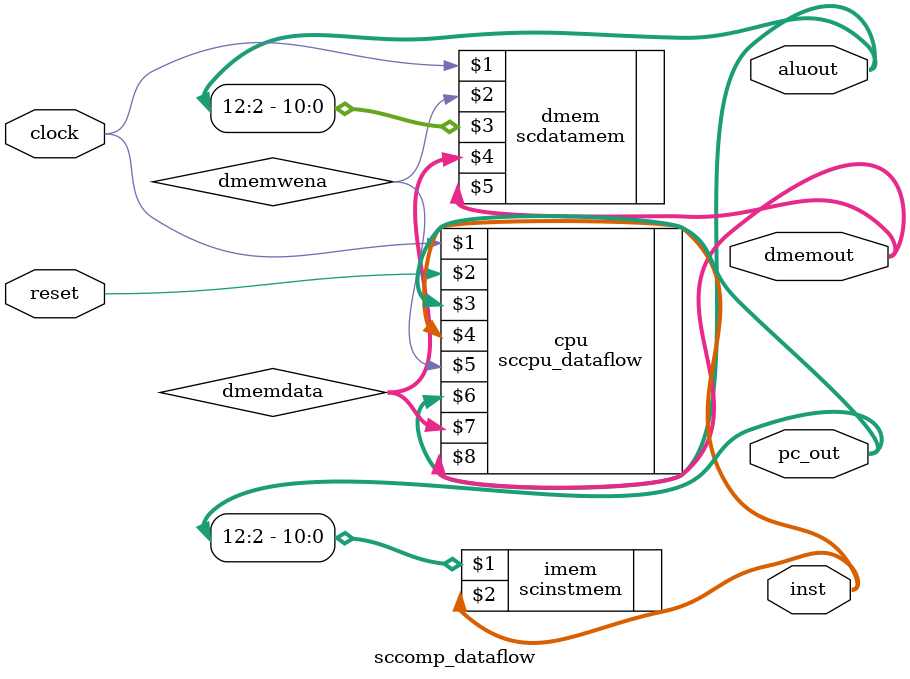
<source format=v>
`timescale 1ns / 1ps
module sccomp_dataflow(clock,reset,pc_out,inst,aluout,dmemout);
    input clock,reset;
	 output [31:0] pc_out,inst,aluout,dmemout;
	 wire [31:0] dmemdata;
	 wire dmemwena;
	 
	 sccpu_dataflow cpu(clock,reset,pc_out,inst,dmemwena,aluout,dmemdata,dmemout);
	 scinstmem imem(pc_out[12:2],inst);
	 scdatamem dmem(clock,dmemwena,aluout[12:2],dmemdata,dmemout);//ÔÚ´Ëaluout×÷ÎªÊý¾Ý´æ´¢Æ÷µÄµØÖ·
endmodule

</source>
